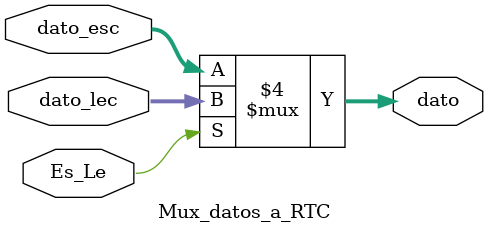
<source format=v>
`timescale 1ns / 1ps

module Mux_datos_a_RTC(
	input Es_Le,
	input [7:0] dato_esc, //Datos enviados al escribir
	input [7:0] dato_lec, //Datos de direccion a leer
	output reg[7:0] dato //Dato enviado al RTC
    );

always@* begin
	if(Es_Le==1)begin
	 dato=dato_lec;
	 end
	else begin
	 dato=dato_esc;
	 end
end

endmodule

</source>
